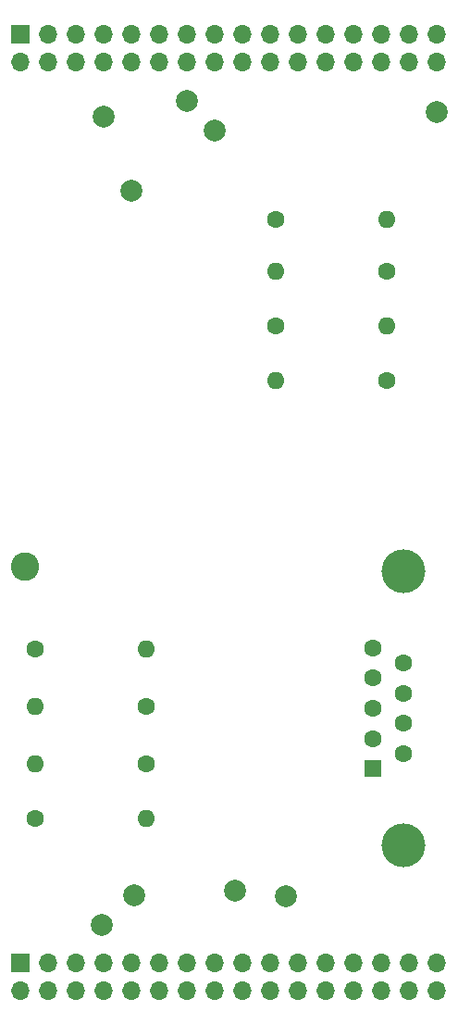
<source format=gts>
G04 #@! TF.GenerationSoftware,KiCad,Pcbnew,8.0.7*
G04 #@! TF.CreationDate,2025-01-01T11:42:11-05:00*
G04 #@! TF.ProjectId,LauCameraTrigger_MimasA7,4c617543-616d-4657-9261-547269676765,rev?*
G04 #@! TF.SameCoordinates,Original*
G04 #@! TF.FileFunction,Soldermask,Top*
G04 #@! TF.FilePolarity,Negative*
%FSLAX46Y46*%
G04 Gerber Fmt 4.6, Leading zero omitted, Abs format (unit mm)*
G04 Created by KiCad (PCBNEW 8.0.7) date 2025-01-01 11:42:11*
%MOMM*%
%LPD*%
G01*
G04 APERTURE LIST*
%ADD10C,2.000000*%
%ADD11C,2.600000*%
%ADD12C,1.600000*%
%ADD13O,1.600000X1.600000*%
%ADD14R,1.700000X1.700000*%
%ADD15O,1.700000X1.700000*%
%ADD16R,1.600000X1.600000*%
%ADD17C,4.000000*%
G04 APERTURE END LIST*
D10*
X90617214Y-58413130D03*
X70350129Y-60138142D03*
X67790050Y-57355394D03*
X62707994Y-65584011D03*
X60171478Y-58847575D03*
X76828703Y-130113613D03*
X63000000Y-130000000D03*
X60020730Y-132723748D03*
D11*
X53000000Y-100000000D03*
D12*
X53920000Y-123000000D03*
D13*
X64080000Y-123000000D03*
X64080000Y-107500000D03*
D12*
X53920000Y-107500000D03*
X86080000Y-73000000D03*
D13*
X75920000Y-73000000D03*
D12*
X86080000Y-83000000D03*
D13*
X75920000Y-83000000D03*
D12*
X64080000Y-112750000D03*
D13*
X53920000Y-112750000D03*
D12*
X75920000Y-68250000D03*
D13*
X86080000Y-68250000D03*
D12*
X75920000Y-78000000D03*
D13*
X86080000Y-78000000D03*
D12*
X64080000Y-118000000D03*
D13*
X53920000Y-118000000D03*
D14*
X52540000Y-136190000D03*
D15*
X52540000Y-138730000D03*
X55080000Y-136190000D03*
X55080000Y-138730000D03*
X57620000Y-136190000D03*
X57620000Y-138730000D03*
X60160000Y-136190000D03*
X60160000Y-138730000D03*
X62700000Y-136190000D03*
X62700000Y-138730000D03*
X65240000Y-136190000D03*
X65240000Y-138730000D03*
X67780000Y-136190000D03*
X67780000Y-138730000D03*
X70320000Y-136190000D03*
X70320000Y-138730000D03*
X72860000Y-136190000D03*
X72860000Y-138730000D03*
X75400000Y-136190000D03*
X75400000Y-138730000D03*
X77940000Y-136190000D03*
X77940000Y-138730000D03*
X80480000Y-136190000D03*
X80480000Y-138730000D03*
X83020000Y-136190000D03*
X83020000Y-138730000D03*
X85560000Y-136190000D03*
X85560000Y-138730000D03*
X88100000Y-136190000D03*
X88100000Y-138730000D03*
X90640000Y-136190000D03*
X90640000Y-138730000D03*
D14*
X52540000Y-51270000D03*
D15*
X52540000Y-53810000D03*
X55080000Y-51270000D03*
X55080000Y-53810000D03*
X57620000Y-51270000D03*
X57620000Y-53810000D03*
X60160000Y-51270000D03*
X60160000Y-53810000D03*
X62700000Y-51270000D03*
X62700000Y-53810000D03*
X65240000Y-51270000D03*
X65240000Y-53810000D03*
X67780000Y-51270000D03*
X67780000Y-53810000D03*
X70320000Y-51270000D03*
X70320000Y-53810000D03*
X72860000Y-51270000D03*
X72860000Y-53810000D03*
X75400000Y-51270000D03*
X75400000Y-53810000D03*
X77940000Y-51270000D03*
X77940000Y-53810000D03*
X80480000Y-51270000D03*
X80480000Y-53810000D03*
X83020000Y-51270000D03*
X83020000Y-53810000D03*
X85560000Y-51270000D03*
X85560000Y-53810000D03*
X88100000Y-51270000D03*
X88100000Y-53810000D03*
X90640000Y-51270000D03*
X90640000Y-53810000D03*
D12*
X87640000Y-108785000D03*
X87640000Y-111555000D03*
X87640000Y-114325000D03*
X87640000Y-117095000D03*
X84800000Y-107400000D03*
X84800000Y-110170000D03*
X84800000Y-112940000D03*
X84800000Y-115710000D03*
D16*
X84800000Y-118480000D03*
D17*
X87640000Y-100440000D03*
X87640000Y-125440000D03*
D10*
X72175173Y-129607106D03*
M02*

</source>
